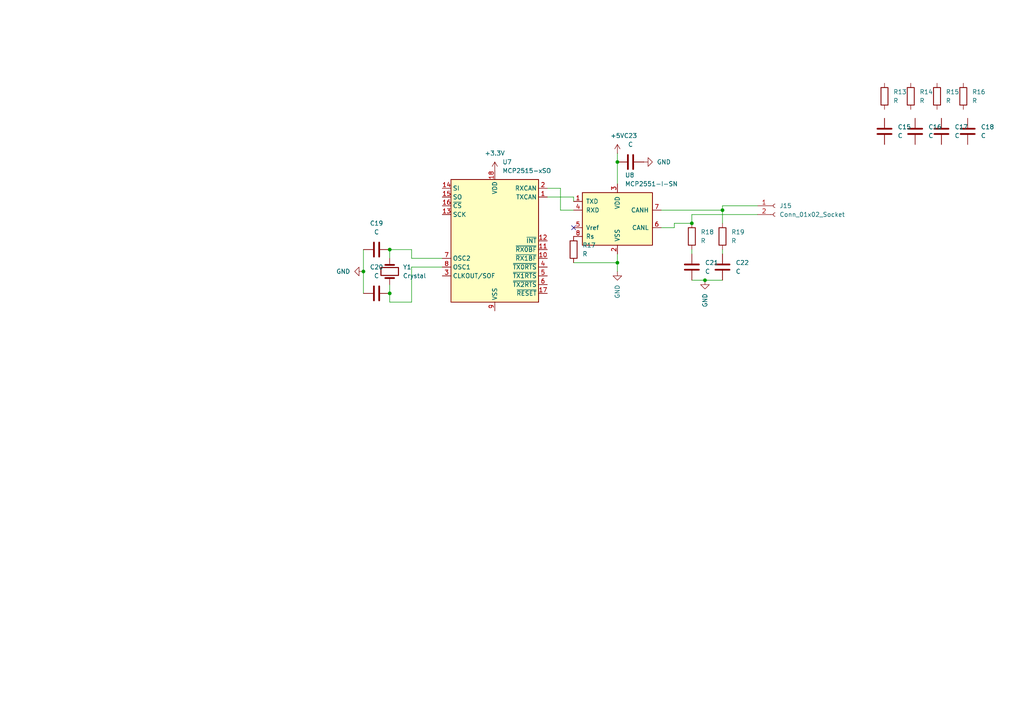
<source format=kicad_sch>
(kicad_sch (version 20231120) (generator "eeschema") (generator_version "8.0")
  (paper "A4")
  (lib_symbols
    (symbol "Connector:Conn_01x02_Socket" (pin_names (offset 1.016) hide)
      (property "Reference" "J" (at 0 2.54 0))
      (property "Value" "Conn_01x02_Socket" (at 0 -5.08 0))
      (symbol "Conn_01x02_Socket_1_1"
        (arc (start 0 -2.032) (mid -0.5058 -2.54) (end 0 -3.048) (stroke (width 0.1524)))
        (polyline (pts (xy -1.27 -2.54) (xy -0.508 -2.54)) (stroke (width 0.1524)))
        (polyline (pts (xy -1.27 0) (xy -0.508 0)) (stroke (width 0.1524)))
        (arc (start 0 0.508) (mid -0.5058 0) (end 0 -0.508) (stroke (width 0.1524)))
        (pin passive line (at -5.08 0 0) (length 3.81) (name "Pin_1") (number "1"))
        (pin passive line (at -5.08 -2.54 0) (length 3.81) (name "Pin_2") (number "2"))
      )
    )
    (symbol "Device:C" (pin_numbers hide) (pin_names (offset 0.254))
      (property "Reference" "C" (at 0.635 2.54 0))
      (property "Value" "C" (at 0.635 -2.54 0))
      (symbol "C_0_1"
        (polyline (pts (xy -2.032 -0.762) (xy 2.032 -0.762)) (stroke (width 0.508)))
        (polyline (pts (xy -2.032 0.762) (xy 2.032 0.762)) (stroke (width 0.508)))
      )
      (symbol "C_1_1"
        (pin passive line (at 0 3.81 270) (length 2.794) (name "~") (number "1"))
        (pin passive line (at 0 -3.81 90) (length 2.794) (name "~") (number "2"))
      )
    )
    (symbol "Device:Crystal" (pin_numbers hide) (pin_names (offset 1.016) hide)
      (property "Reference" "Y" (at 0 3.81 0))
      (property "Value" "Crystal" (at 0 -3.81 0))
      (symbol "Crystal_0_1"
        (rectangle (start -1.143 2.54) (end 1.143 -2.54) (stroke (width 0.3048)))
        (polyline (pts (xy -2.54 0) (xy -1.905 0)))
        (polyline (pts (xy -1.905 -1.27) (xy -1.905 1.27)) (stroke (width 0.508)))
        (polyline (pts (xy 1.905 -1.27) (xy 1.905 1.27)) (stroke (width 0.508)))
        (polyline (pts (xy 2.54 0) (xy 1.905 0)))
      )
      (symbol "Crystal_1_1"
        (pin passive line (at -3.81 0 0) (length 1.27) (name "1") (number "1"))
        (pin passive line (at 3.81 0 180) (length 1.27) (name "2") (number "2"))
      )
    )
    (symbol "Device:R" (pin_numbers hide) (pin_names (offset 0))
      (property "Reference" "R" (at 2.032 0 90))
      (property "Value" "R" (at 0 0 90))
      (symbol "R_0_1"
        (rectangle (start -1.016 -2.54) (end 1.016 2.54) (stroke (width 0.254)))
      )
      (symbol "R_1_1"
        (pin passive line (at 0 3.81 270) (length 1.27) (name "~") (number "1"))
        (pin passive line (at 0 -3.81 90) (length 1.27) (name "~") (number "2"))
      )
    )
    (symbol "Interface_CAN_LIN:MCP2515-xSO"
      (property "Reference" "U" (at -10.16 19.685 0))
      (property "Value" "MCP2515-xSO" (at 19.05 20.32 0))
      (symbol "MCP2515-xSO_0_1"
        (rectangle (start -12.7 17.78) (end 12.7 -17.78) (stroke (width 0.254)) (fill (type background)))
      )
      (symbol "MCP2515-xSO_1_1"
        (pin output line (at 15.24 12.7 180) (length 2.54) (name "TXCAN") (number "1"))
        (pin output line (at 15.24 -5.08 180) (length 2.54) (name "~{RX1BF}") (number "10"))
        (pin output line (at 15.24 -2.54 180) (length 2.54) (name "~{RX0BF}") (number "11"))
        (pin output line (at 15.24 0 180) (length 2.54) (name "~{INT}") (number "12"))
        (pin input line (at -15.24 7.62 0) (length 2.54) (name "SCK") (number "13"))
        (pin input line (at -15.24 15.24 0) (length 2.54) (name "SI") (number "14"))
        (pin output line (at -15.24 12.7 0) (length 2.54) (name "SO") (number "15"))
        (pin input line (at -15.24 10.16 0) (length 2.54) (name "~{CS}") (number "16"))
        (pin input line (at 15.24 -15.24 180) (length 2.54) (name "~{RESET}") (number "17"))
        (pin power_in line (at 0 20.32 270) (length 2.54) (name "VDD") (number "18"))
        (pin input line (at 15.24 15.24 180) (length 2.54) (name "RXCAN") (number "2"))
        (pin output line (at -15.24 -10.16 0) (length 2.54) (name "CLKOUT/SOF") (number "3"))
        (pin input line (at 15.24 -7.62 180) (length 2.54) (name "~{TX0RTS}") (number "4"))
        (pin input line (at 15.24 -10.16 180) (length 2.54) (name "~{TX1RTS}") (number "5"))
        (pin input line (at 15.24 -12.7 180) (length 2.54) (name "~{TX2RTS}") (number "6"))
        (pin output line (at -15.24 -5.08 0) (length 2.54) (name "OSC2") (number "7"))
        (pin input line (at -15.24 -7.62 0) (length 2.54) (name "OSC1") (number "8"))
        (pin power_in line (at 0 -20.32 90) (length 2.54) (name "VSS") (number "9"))
      )
    )
    (symbol "Interface_CAN_LIN:MCP2551-I-SN" (pin_names (offset 1.016))
      (property "Reference" "U" (at -10.16 8.89 0))
      (property "Value" "MCP2551-I-SN" (at 2.54 8.89 0))
      (symbol "MCP2551-I-SN_0_1"
        (rectangle (start -10.16 7.62) (end 10.16 -7.62) (stroke (width 0.254)) (fill (type background)))
      )
      (symbol "MCP2551-I-SN_1_1"
        (pin input line (at -12.7 5.08 0) (length 2.54) (name "TXD") (number "1"))
        (pin power_in line (at 0 -10.16 90) (length 2.54) (name "VSS") (number "2"))
        (pin power_in line (at 0 10.16 270) (length 2.54) (name "VDD") (number "3"))
        (pin output line (at -12.7 2.54 0) (length 2.54) (name "RXD") (number "4"))
        (pin power_out line (at -12.7 -2.54 0) (length 2.54) (name "Vref") (number "5"))
        (pin bidirectional line (at 12.7 -2.54 180) (length 2.54) (name "CANL") (number "6"))
        (pin bidirectional line (at 12.7 2.54 180) (length 2.54) (name "CANH") (number "7"))
        (pin input line (at -12.7 -5.08 0) (length 2.54) (name "Rs") (number "8"))
      )
    )
    (symbol "power:+3.3V" (power) (pin_numbers hide) (pin_names (offset 0) hide)
      (property "Value" "+3.3V" (at 0 3.556 0))
      (symbol "+3.3V_0_1"
        (polyline (pts (xy -0.762 1.27) (xy 0 2.54)))
        (polyline (pts (xy 0 0) (xy 0 2.54)))
        (polyline (pts (xy 0 2.54) (xy 0.762 1.27)))
      )
      (symbol "+3.3V_1_1"
        (pin power_in line (at 0 0 90) (length 0) (name "~") (number "1"))
      )
    )
    (symbol "power:GND" (power) (pin_numbers hide) (pin_names (offset 0) hide)
      (property "Value" "GND" (at 0 -3.81 0))
      (symbol "GND_0_1"
        (polyline (pts (xy 0 0) (xy 0 -1.27) (xy 1.27 -1.27) (xy 0 -2.54) (xy -1.27 -1.27) (xy 0 -1.27)))
      )
      (symbol "GND_1_1"
        (pin power_in line (at 0 0 270) (length 0) (name "~") (number "1"))
      )
    )
    (symbol "power:VCC" (power) (pin_numbers hide) (pin_names (offset 0) hide)
      (property "Value" "VCC" (at 0 3.556 0))
      (symbol "VCC_0_1"
        (polyline (pts (xy -0.762 1.27) (xy 0 2.54)))
        (polyline (pts (xy 0 0) (xy 0 2.54)))
        (polyline (pts (xy 0 2.54) (xy 0.762 1.27)))
      )
      (symbol "VCC_1_1"
        (pin power_in line (at 0 0 90) (length 0) (name "~") (number "1"))
      )
    )
  )
  (junction (at 200.66 64.77))
  (junction (at 179.07 46.99))
  (junction (at 179.07 76.2))
  (junction (at 113.03 72.39))
  (junction (at 204.47 81.28))
  (junction (at 113.03 85.09))
  (junction (at 105.41 78.74))
  (junction (at 209.55 60.96))
  (no_connect (at 166.37 66.04))
  (wire (pts (xy 200.66 62.23) (xy 200.66 64.77)))
  (wire (pts (xy 209.55 60.96) (xy 209.55 59.69)))
  (wire (pts (xy 179.07 44.45) (xy 179.07 46.99)))
  (wire (pts (xy 209.55 60.96) (xy 209.55 64.77)))
  (wire (pts (xy 119.38 74.93) (xy 128.27 74.93)))
  (wire (pts (xy 166.37 57.15) (xy 158.75 57.15)))
  (wire (pts (xy 158.75 54.61) (xy 162.56 54.61)))
  (wire (pts (xy 119.38 87.63) (xy 113.03 87.63)))
  (wire (pts (xy 179.07 73.66) (xy 179.07 76.2)))
  (wire (pts (xy 204.47 81.28) (xy 209.55 81.28)))
  (wire (pts (xy 166.37 76.2) (xy 179.07 76.2)))
  (wire (pts (xy 195.58 64.77) (xy 200.66 64.77)))
  (wire (pts (xy 113.03 87.63) (xy 113.03 85.09)))
  (wire (pts (xy 179.07 76.2) (xy 179.07 78.74)))
  (wire (pts (xy 191.77 66.04) (xy 195.58 66.04)))
  (wire (pts (xy 119.38 77.47) (xy 119.38 87.63)))
  (wire (pts (xy 162.56 54.61) (xy 162.56 60.96)))
  (wire (pts (xy 195.58 66.04) (xy 195.58 64.77)))
  (wire (pts (xy 113.03 85.09) (xy 113.03 82.55)))
  (wire (pts (xy 119.38 77.47) (xy 128.27 77.47)))
  (wire (pts (xy 209.55 59.69) (xy 219.71 59.69)))
  (wire (pts (xy 105.41 72.39) (xy 105.41 78.74)))
  (wire (pts (xy 209.55 72.39) (xy 209.55 73.66)))
  (wire (pts (xy 191.77 60.96) (xy 209.55 60.96)))
  (wire (pts (xy 105.41 78.74) (xy 105.41 85.09)))
  (wire (pts (xy 179.07 46.99) (xy 179.07 53.34)))
  (wire (pts (xy 119.38 72.39) (xy 119.38 74.93)))
  (wire (pts (xy 219.71 62.23) (xy 200.66 62.23)))
  (wire (pts (xy 200.66 72.39) (xy 200.66 73.66)))
  (wire (pts (xy 113.03 72.39) (xy 119.38 72.39)))
  (wire (pts (xy 166.37 58.42) (xy 166.37 57.15)))
  (wire (pts (xy 113.03 72.39) (xy 113.03 74.93)))
  (wire (pts (xy 162.56 60.96) (xy 166.37 60.96)))
  (wire (pts (xy 200.66 81.28) (xy 204.47 81.28)))
  (symbol (lib_id "power:GND") (at 204.47 81.28 0) (unit 1)
    (property "Reference" "#PWR015" (effects (hide yes)))
    (property "Value" "GND" (at 204.4699 85.09 90) (effects (justify right)))
    (property "Description" "Power symbol creates a global label with name \"GND\" , ground" (effects (hide yes)))
  )
  (symbol (lib_id "Device:R") (at 209.55 68.58 0) (unit 1)
    (property "Reference" "R19" (at 212.09 67.3099 0) (effects (justify left)))
    (property "Value" "R" (at 212.09 69.8499 0) (effects (justify left)))
    (property "Description" "Resistor" (effects (hide yes)))
  )
  (symbol (lib_id "Interface_CAN_LIN:MCP2551-I-SN") (at 179.07 63.5 0) (unit 1)
    (property "Reference" "U8" (at 181.2641 50.8 0) (effects (justify left)))
    (property "Value" "MCP2551-I-SN" (at 181.2641 53.34 0) (effects (justify left)))
    (property "Footprint" "Package_SO:SOIC-8_3.9x4.9mm_P1.27mm" (effects (hide yes)))
    (property "Datasheet" "http://ww1.microchip.com/downloads/en/devicedoc/21667d.pdf" (effects (hide yes)))
    (property "Description" "High-Speed CAN Transceiver, 1Mbps, 5V supply, SOIC-8" (effects (hide yes)))
  )
  (symbol (lib_id "Device:R") (at 271.78 27.94 0) (unit 1)
    (property "Reference" "R15" (at 274.32 26.6699 0) (effects (justify left)))
    (property "Value" "R" (at 274.32 29.2099 0) (effects (justify left)))
    (property "Description" "Resistor" (effects (hide yes)))
  )
  (symbol (lib_id "Device:C") (at 280.67 38.1 0) (unit 1)
    (property "Reference" "C18" (at 284.48 36.8299 0) (effects (justify left)))
    (property "Value" "C" (at 284.48 39.3699 0) (effects (justify left)))
    (property "Description" "Unpolarized capacitor" (effects (hide yes)))
  )
  (symbol (lib_id "power:GND") (at 186.69 46.99 90) (unit 1)
    (property "Reference" "#PWR016" (effects (hide yes)))
    (property "Value" "GND" (at 190.5 46.9899 90) (effects (justify right)))
    (property "Description" "Power symbol creates a global label with name \"GND\" , ground" (effects (hide yes)))
  )
  (symbol (lib_id "Device:R") (at 256.54 27.94 0) (unit 1)
    (property "Reference" "R13" (at 259.08 26.6699 0) (effects (justify left)))
    (property "Value" "R" (at 259.08 29.2099 0) (effects (justify left)))
    (property "Description" "Resistor" (effects (hide yes)))
  )
  (symbol (lib_id "Connector:Conn_01x02_Socket") (at 224.79 59.69 0) (unit 1)
    (property "Reference" "J15" (at 226.06 59.6899 0) (effects (justify left)))
    (property "Value" "Conn_01x02_Socket" (at 226.06 62.2299 0) (effects (justify left)))
    (property "Description" "Generic connector, single row, 01x02, script generated" (effects (hide yes)))
  )
  (symbol (lib_id "Interface_CAN_LIN:MCP2515-xSO") (at 143.51 69.85 0) (unit 1)
    (property "Reference" "U7" (at 145.7041 46.99 0) (effects (justify left)))
    (property "Value" "MCP2515-xSO" (at 145.7041 49.53 0) (effects (justify left)))
    (property "Footprint" "Package_SO:SOIC-18W_7.5x11.6mm_P1.27mm" (effects (hide yes)))
    (property "Datasheet" "http://ww1.microchip.com/downloads/en/DeviceDoc/21801e.pdf" (effects (hide yes)))
    (property "Description" "Stand-Alone CAN Controller with SPI Interface, SOIC-18" (effects (hide yes)))
  )
  (symbol (lib_id "Device:R") (at 264.16 27.94 0) (unit 1)
    (property "Reference" "R14" (at 266.7 26.6699 0) (effects (justify left)))
    (property "Value" "R" (at 266.7 29.2099 0) (effects (justify left)))
    (property "Description" "Resistor" (effects (hide yes)))
  )
  (symbol (lib_id "Device:C") (at 273.05 38.1 0) (unit 1)
    (property "Reference" "C17" (at 276.86 36.8299 0) (effects (justify left)))
    (property "Value" "C" (at 276.86 39.3699 0) (effects (justify left)))
    (property "Description" "Unpolarized capacitor" (effects (hide yes)))
  )
  (symbol (lib_id "power:+3.3V") (at 143.51 49.53 0) (unit 1)
    (property "Reference" "#PWR014" (effects (hide yes)))
    (property "Value" "+3.3V" (at 143.51 44.45 0))
    (property "Description" "Power symbol creates a global label with name \"+3.3V\"" (effects (hide yes)))
  )
  (symbol (lib_id "Device:C") (at 109.22 85.09 90) (unit 1)
    (property "Reference" "C20" (at 109.22 77.47 90))
    (property "Value" "C" (at 109.22 80.01 90))
    (property "Description" "Unpolarized capacitor" (effects (hide yes)))
  )
  (symbol (lib_id "Device:C") (at 182.88 46.99 90) (unit 1)
    (property "Reference" "C23" (at 182.88 39.37 90))
    (property "Value" "C" (at 182.88 41.91 90))
    (property "Description" "Unpolarized capacitor" (effects (hide yes)))
  )
  (symbol (lib_id "Device:R") (at 279.4 27.94 0) (unit 1)
    (property "Reference" "R16" (at 281.94 26.6699 0) (effects (justify left)))
    (property "Value" "R" (at 281.94 29.2099 0) (effects (justify left)))
    (property "Description" "Resistor" (effects (hide yes)))
  )
  (symbol (lib_id "Device:C") (at 200.66 77.47 0) (unit 1)
    (property "Reference" "C21" (at 204.47 76.1999 0) (effects (justify left)))
    (property "Value" "C" (at 204.47 78.7399 0) (effects (justify left)))
    (property "Description" "Unpolarized capacitor" (effects (hide yes)))
  )
  (symbol (lib_id "power:GND") (at 105.41 78.74 270) (unit 1)
    (property "Reference" "#PWR02" (effects (hide yes)))
    (property "Value" "GND" (at 101.6 78.7399 90) (effects (justify right)))
    (property "Description" "Power symbol creates a global label with name \"GND\" , ground" (effects (hide yes)))
  )
  (symbol (lib_id "Device:C") (at 256.54 38.1 0) (unit 1)
    (property "Reference" "C15" (at 260.35 36.8299 0) (effects (justify left)))
    (property "Value" "C" (at 260.35 39.3699 0) (effects (justify left)))
    (property "Description" "Unpolarized capacitor" (effects (hide yes)))
  )
  (symbol (lib_id "Device:C") (at 209.55 77.47 0) (unit 1)
    (property "Reference" "C22" (at 213.36 76.1999 0) (effects (justify left)))
    (property "Value" "C" (at 213.36 78.7399 0) (effects (justify left)))
    (property "Description" "Unpolarized capacitor" (effects (hide yes)))
  )
  (symbol (lib_id "power:VCC") (at 179.07 44.45 0) (unit 1)
    (property "Reference" "#PWR06" (effects (hide yes)))
    (property "Value" "+5V" (at 179.07 39.37 0))
    (property "Description" "Power symbol creates a global label with name \"VCC\"" (effects (hide yes)))
  )
  (symbol (lib_id "Device:C") (at 265.43 38.1 0) (unit 1)
    (property "Reference" "C16" (at 269.24 36.8299 0) (effects (justify left)))
    (property "Value" "C" (at 269.24 39.3699 0) (effects (justify left)))
    (property "Description" "Unpolarized capacitor" (effects (hide yes)))
  )
  (symbol (lib_id "Device:R") (at 200.66 68.58 0) (unit 1)
    (property "Reference" "R18" (at 203.2 67.3099 0) (effects (justify left)))
    (property "Value" "R" (at 203.2 69.8499 0) (effects (justify left)))
    (property "Description" "Resistor" (effects (hide yes)))
  )
  (symbol (lib_id "Device:C") (at 109.22 72.39 90) (unit 1)
    (property "Reference" "C19" (at 109.22 64.77 90))
    (property "Value" "C" (at 109.22 67.31 90))
    (property "Description" "Unpolarized capacitor" (effects (hide yes)))
  )
  (symbol (lib_id "Device:R") (at 166.37 72.39 0) (unit 1)
    (property "Reference" "R17" (at 168.91 71.1199 0) (effects (justify left)))
    (property "Value" "R" (at 168.91 73.6599 0) (effects (justify left)))
    (property "Description" "Resistor" (effects (hide yes)))
  )
  (symbol (lib_id "power:GND") (at 179.07 78.74 0) (unit 1)
    (property "Reference" "#PWR03" (effects (hide yes)))
    (property "Value" "GND" (at 179.0699 82.55 90) (effects (justify right)))
    (property "Description" "Power symbol creates a global label with name \"GND\" , ground" (effects (hide yes)))
  )
  (symbol (lib_id "Device:Crystal") (at 113.03 78.74 90) (unit 1)
    (property "Reference" "Y1" (at 116.84 77.4699 90) (effects (justify right)))
    (property "Value" "Crystal" (at 116.84 80.0099 90) (effects (justify right)))
    (property "Description" "Two pin crystal" (effects (hide yes)))
  )
)
</source>
